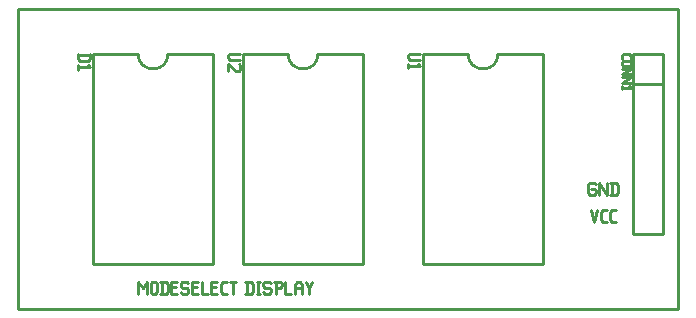
<source format=gbr>
G04 start of page 13 for group -4079 idx -4079 *
G04 Title: (unknown), topsilk *
G04 Creator: pcb 20140316 *
G04 CreationDate: Sun 25 Jul 2021 09:28:08 PM GMT UTC *
G04 For: steve *
G04 Format: Gerber/RS-274X *
G04 PCB-Dimensions (mil): 2200.00 1000.00 *
G04 PCB-Coordinate-Origin: lower left *
%MOIN*%
%FSLAX25Y25*%
%LNTOPSILK*%
%ADD72C,0.0100*%
G54D72*X0Y100000D02*Y0D01*
Y100000D02*X220000D01*
X0Y0D02*X220000D01*
Y100000D02*Y0D01*
X40000Y9000D02*Y5000D01*
Y9000D02*X41500Y7000D01*
X43000Y9000D01*
Y5000D01*
X44200Y8500D02*Y5500D01*
Y8500D02*X44700Y9000D01*
X45700D01*
X46200Y8500D01*
Y5500D01*
X45700Y5000D02*X46200Y5500D01*
X44700Y5000D02*X45700D01*
X44200Y5500D02*X44700Y5000D01*
X47900Y9000D02*Y5000D01*
X49200Y9000D02*X49900Y8300D01*
Y5700D01*
X49200Y5000D02*X49900Y5700D01*
X47400Y5000D02*X49200D01*
X47400Y9000D02*X49200D01*
X51100Y7200D02*X52600D01*
X51100Y5000D02*X53100D01*
X51100Y9000D02*Y5000D01*
Y9000D02*X53100D01*
X56300D02*X56800Y8500D01*
X54800Y9000D02*X56300D01*
X54300Y8500D02*X54800Y9000D01*
X54300Y8500D02*Y7500D01*
X54800Y7000D01*
X56300D01*
X56800Y6500D01*
Y5500D01*
X56300Y5000D02*X56800Y5500D01*
X54800Y5000D02*X56300D01*
X54300Y5500D02*X54800Y5000D01*
X58000Y7200D02*X59500D01*
X58000Y5000D02*X60000D01*
X58000Y9000D02*Y5000D01*
Y9000D02*X60000D01*
X61200D02*Y5000D01*
X63200D01*
X64400Y7200D02*X65900D01*
X64400Y5000D02*X66400D01*
X64400Y9000D02*Y5000D01*
Y9000D02*X66400D01*
X68300Y5000D02*X69600D01*
X67600Y5700D02*X68300Y5000D01*
X67600Y8300D02*Y5700D01*
Y8300D02*X68300Y9000D01*
X69600D01*
X70800D02*X72800D01*
X71800D02*Y5000D01*
X76300Y9000D02*Y5000D01*
X77600Y9000D02*X78300Y8300D01*
Y5700D01*
X77600Y5000D02*X78300Y5700D01*
X75800Y5000D02*X77600D01*
X75800Y9000D02*X77600D01*
X79500D02*X80500D01*
X80000D02*Y5000D01*
X79500D02*X80500D01*
X83700Y9000D02*X84200Y8500D01*
X82200Y9000D02*X83700D01*
X81700Y8500D02*X82200Y9000D01*
X81700Y8500D02*Y7500D01*
X82200Y7000D01*
X83700D01*
X84200Y6500D01*
Y5500D01*
X83700Y5000D02*X84200Y5500D01*
X82200Y5000D02*X83700D01*
X81700Y5500D02*X82200Y5000D01*
X85900Y9000D02*Y5000D01*
X85400Y9000D02*X87400D01*
X87900Y8500D01*
Y7500D01*
X87400Y7000D02*X87900Y7500D01*
X85900Y7000D02*X87400D01*
X89100Y9000D02*Y5000D01*
X91100D01*
X92300Y8000D02*Y5000D01*
Y8000D02*X93000Y9000D01*
X94100D01*
X94800Y8000D01*
Y5000D01*
X92300Y7000D02*X94800D01*
X96000Y9000D02*X97000Y7000D01*
X98000Y9000D01*
X97000Y7000D02*Y5000D01*
X192000Y42000D02*X192500Y41500D01*
X190500Y42000D02*X192000D01*
X190000Y41500D02*X190500Y42000D01*
X190000Y41500D02*Y38500D01*
X190500Y38000D01*
X192000D01*
X192500Y38500D01*
Y39500D02*Y38500D01*
X192000Y40000D02*X192500Y39500D01*
X191000Y40000D02*X192000D01*
X193700Y42000D02*Y38000D01*
Y42000D02*X196200Y38000D01*
Y42000D02*Y38000D01*
X197900Y42000D02*Y38000D01*
X199200Y42000D02*X199900Y41300D01*
Y38700D01*
X199200Y38000D02*X199900Y38700D01*
X197400Y38000D02*X199200D01*
X197400Y42000D02*X199200D01*
X191000Y33000D02*X192000Y29000D01*
X193000Y33000D01*
X194900Y29000D02*X196200D01*
X194200Y29700D02*X194900Y29000D01*
X194200Y32300D02*Y29700D01*
Y32300D02*X194900Y33000D01*
X196200D01*
X198100Y29000D02*X199400D01*
X197400Y29700D02*X198100Y29000D01*
X197400Y32300D02*Y29700D01*
Y32300D02*X198100Y33000D01*
X199400D01*
X205000Y85000D02*Y25000D01*
X215000D01*
Y85000D01*
X205000D01*
Y75000D02*X215000D01*
Y85000D01*
X25000D02*Y15000D01*
X65000D01*
Y85000D01*
X25000D02*X40000D01*
X50000D02*X65000D01*
X40000D02*G75*G03X50000Y85000I5000J0D01*G01*
X75000D02*Y15000D01*
X115000D01*
Y85000D01*
X75000D02*X90000D01*
X100000D02*X115000D01*
X90000D02*G75*G03X100000Y85000I5000J0D01*G01*
X135000D02*Y15000D01*
X175000D01*
Y85000D01*
X135000D02*X150000D01*
X160000D02*X175000D01*
X150000D02*G75*G03X160000Y85000I5000J0D01*G01*
X201150Y84461D02*Y83460D01*
X201689Y85000D02*X201150Y84461D01*
X201689Y85000D02*X203691D01*
X204230Y84461D01*
Y83460D01*
X201535Y82536D02*X203845D01*
X204230Y82151D01*
Y81381D01*
X203845Y80996D01*
X201535D02*X203845D01*
X201150Y81381D02*X201535Y80996D01*
X201150Y82151D02*Y81381D01*
X201535Y82536D02*X201150Y82151D01*
Y80072D02*X204230D01*
X201150Y78147D01*
X204230D01*
X201150Y77223D02*X204230D01*
X201150Y75298D01*
X204230D01*
X203614Y74374D02*X204230Y73758D01*
X201150D02*X204230D01*
X201150Y74374D02*Y73219D01*
X20000Y84500D02*X24000D01*
Y83200D02*X23300Y82500D01*
X20700D02*X23300D01*
X20000Y83200D02*X20700Y82500D01*
X20000Y85000D02*Y83200D01*
X24000Y85000D02*Y83200D01*
X23200Y81300D02*X24000Y80500D01*
X20000D02*X24000D01*
X20000Y81300D02*Y79800D01*
X70500Y85000D02*X74000D01*
X70500D02*X70000Y84500D01*
Y83500D01*
X70500Y83000D01*
X74000D01*
X73500Y81800D02*X74000Y81300D01*
Y79800D01*
X73500Y79300D01*
X72500D02*X73500D01*
X70000Y81800D02*X72500Y79300D01*
X70000Y81800D02*Y79300D01*
X130500Y85000D02*X134000D01*
X130500D02*X130000Y84500D01*
Y83500D01*
X130500Y83000D01*
X134000D01*
X133200Y81800D02*X134000Y81000D01*
X130000D02*X134000D01*
X130000Y81800D02*Y80300D01*
M02*

</source>
